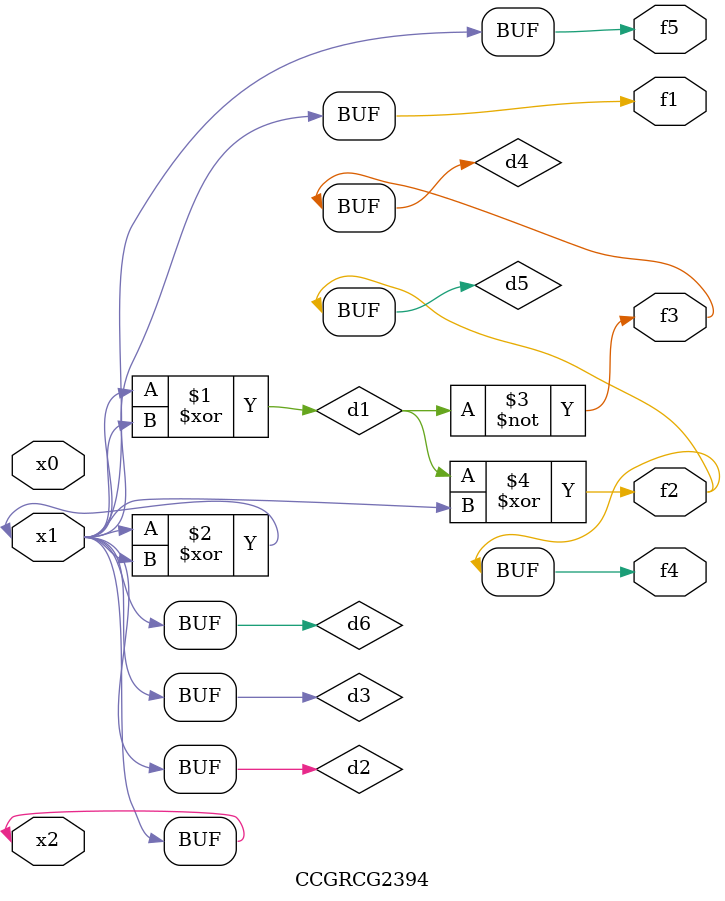
<source format=v>
module CCGRCG2394(
	input x0, x1, x2,
	output f1, f2, f3, f4, f5
);

	wire d1, d2, d3, d4, d5, d6;

	xor (d1, x1, x2);
	buf (d2, x1, x2);
	xor (d3, x1, x2);
	nor (d4, d1);
	xor (d5, d1, d2);
	buf (d6, d2, d3);
	assign f1 = d6;
	assign f2 = d5;
	assign f3 = d4;
	assign f4 = d5;
	assign f5 = d6;
endmodule

</source>
